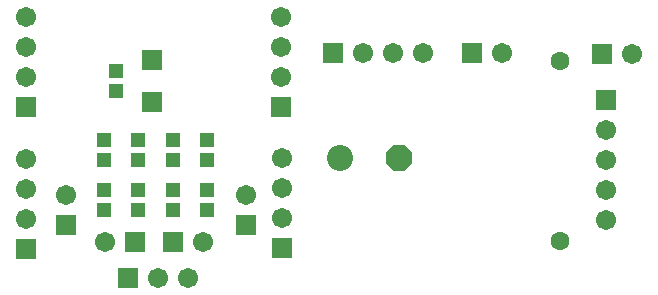
<source format=gbs>
G04 Layer_Color=16711935*
%FSLAX25Y25*%
%MOIN*%
G70*
G01*
G75*
%ADD44C,0.06706*%
%ADD45R,0.06706X0.06706*%
%ADD46R,0.06706X0.06706*%
%ADD47C,0.08674*%
%ADD48P,0.09389X8X202.5*%
%ADD49C,0.06312*%
%ADD50R,0.04737X0.05131*%
%ADD51R,0.06800X0.06800*%
D44*
X93575Y94788D02*
D03*
Y84788D02*
D03*
Y74788D02*
D03*
X94075Y47788D02*
D03*
Y37788D02*
D03*
Y27788D02*
D03*
X82075Y35288D02*
D03*
X67575Y19788D02*
D03*
X35075D02*
D03*
X52575Y7788D02*
D03*
X62575D02*
D03*
X8575Y94788D02*
D03*
Y84788D02*
D03*
Y74788D02*
D03*
Y47288D02*
D03*
Y37288D02*
D03*
Y27288D02*
D03*
X22075Y35288D02*
D03*
X201969Y26929D02*
D03*
Y36929D02*
D03*
Y46929D02*
D03*
Y56929D02*
D03*
X167480Y82677D02*
D03*
X141024D02*
D03*
X131024D02*
D03*
X121024D02*
D03*
X210787Y82284D02*
D03*
D45*
X93575Y64788D02*
D03*
X94075Y17788D02*
D03*
X82075Y25288D02*
D03*
X8575Y64788D02*
D03*
Y17288D02*
D03*
X22075Y25288D02*
D03*
X201969Y66929D02*
D03*
D46*
X57575Y19788D02*
D03*
X45075D02*
D03*
X42575Y7788D02*
D03*
X157480Y82677D02*
D03*
X111024D02*
D03*
X200787Y82284D02*
D03*
D47*
X113386Y47638D02*
D03*
D48*
X133071D02*
D03*
D49*
X186614Y20000D02*
D03*
Y80000D02*
D03*
D50*
X38575Y69941D02*
D03*
Y76634D02*
D03*
X34575Y53634D02*
D03*
Y46941D02*
D03*
X46075Y53634D02*
D03*
Y46941D02*
D03*
X57575Y53634D02*
D03*
Y46941D02*
D03*
X69075Y53634D02*
D03*
Y46941D02*
D03*
X34575Y30441D02*
D03*
Y37134D02*
D03*
X46075Y30441D02*
D03*
Y37134D02*
D03*
X57575Y30441D02*
D03*
Y37134D02*
D03*
X69075Y30441D02*
D03*
Y37134D02*
D03*
D51*
X50575Y80288D02*
D03*
Y66288D02*
D03*
M02*

</source>
